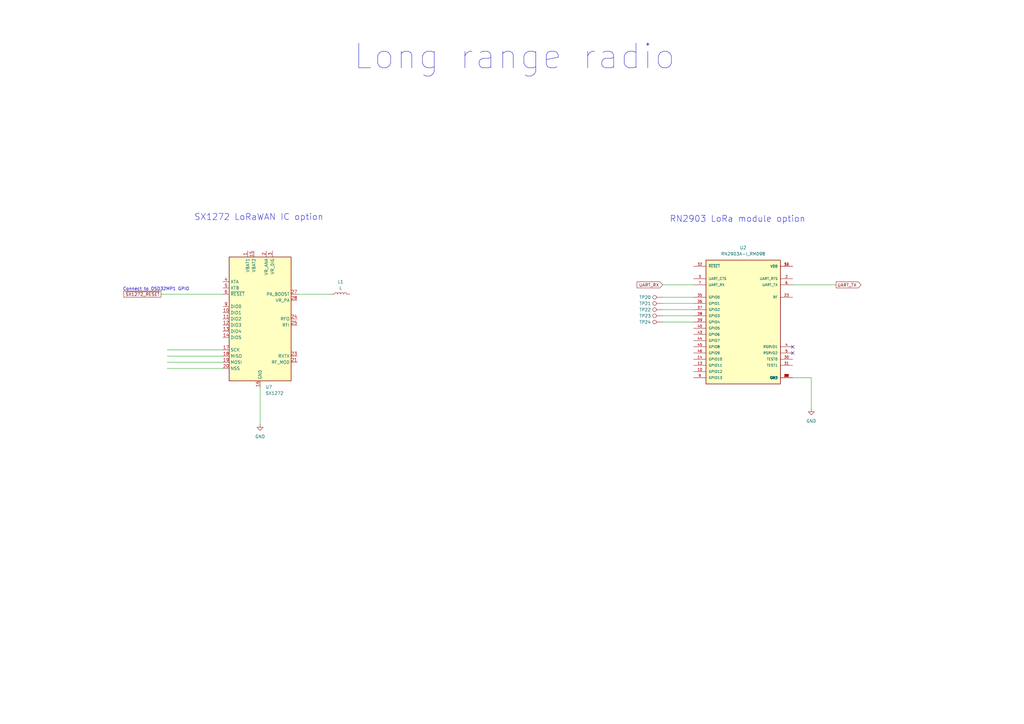
<source format=kicad_sch>
(kicad_sch (version 20231120) (generator "eeschema") (generator_version "8.0")
  (paper "A3")
  (lib_symbols
    (symbol "Connector:TestPoint" (pin_numbers hide) (pin_names (offset 0.762) hide)
      (property "Reference" "TP" (at 0 6.858 0))
      (property "Value" "TestPoint" (at 0 5.08 0))
      (symbol "TestPoint_0_1"
        (circle (center 0 3.302) (radius 0.762))
      )
      (symbol "TestPoint_1_1"
        (pin passive line (at 0 0 90) (length 2.54) (name "1") (number "1"))
      )
    )
    (symbol "Device:L" (pin_numbers hide) (pin_names (offset 1.016) hide)
      (property "Reference" "L" (at -1.27 0 90))
      (property "Value" "L" (at 1.905 0 90))
      (symbol "L_0_1"
        (arc (start 0 -2.54) (mid 0.6323 -1.905) (end 0 -1.27))
        (arc (start 0 -1.27) (mid 0.6323 -0.635) (end 0 0))
        (arc (start 0 0) (mid 0.6323 0.635) (end 0 1.27))
        (arc (start 0 1.27) (mid 0.6323 1.905) (end 0 2.54))
      )
      (symbol "L_1_1"
        (pin passive line (at 0 3.81 270) (length 1.27) (name "1") (number "1"))
        (pin passive line (at 0 -3.81 90) (length 1.27) (name "2") (number "2"))
      )
    )
    (symbol "RF:SX1272"
      (property "Reference" "U" (at 13.97 24.13 0))
      (property "Value" "SX1272" (at 13.97 21.59 0))
      (symbol "SX1272_0_1"
        (rectangle (start -12.7 25.4) (end 12.7 -25.4) (stroke (width 0.254)) (fill (type background)))
      )
      (symbol "SX1272_1_1"
        (pin power_in line (at -5.08 27.94 270) (length 2.54) (name "VBAT1") (number "1"))
        (pin bidirectional line (at -15.24 2.54 0) (length 2.54) (name "DIO1") (number "10"))
        (pin bidirectional line (at -15.24 0 0) (length 2.54) (name "DIO2") (number "11"))
        (pin bidirectional line (at -15.24 -2.54 0) (length 2.54) (name "DIO3") (number "12"))
        (pin bidirectional line (at -15.24 -5.08 0) (length 2.54) (name "DIO4") (number "13"))
        (pin bidirectional line (at -15.24 -7.62 0) (length 2.54) (name "DIO5") (number "14"))
        (pin power_in line (at -2.54 27.94 270) (length 2.54) (name "VBAT2") (number "15"))
        (pin power_in line (at 0 -27.94 90) (length 2.54) (name "GND") (number "16"))
        (pin input line (at -15.24 -12.7 0) (length 2.54) (name "SCK") (number "17"))
        (pin output line (at -15.24 -15.24 0) (length 2.54) (name "MISO") (number "18"))
        (pin input line (at -15.24 -17.78 0) (length 2.54) (name "MOSI") (number "19"))
        (pin power_in line (at 2.54 27.94 270) (length 2.54) (name "VR_ANA") (number "2"))
        (pin input line (at -15.24 -20.32 0) (length 2.54) (name "NSS") (number "20"))
        (pin output line (at 15.24 -17.78 180) (length 2.54) (name "RF_MOD") (number "21"))
        (pin passive line (at 0 -27.94 90) (length 2.54) hide (name "GND") (number "22"))
        (pin output line (at 15.24 -15.24 180) (length 2.54) (name "RXTX") (number "23"))
        (pin output line (at 15.24 0 180) (length 2.54) (name "RFO") (number "24"))
        (pin input line (at 15.24 -2.54 180) (length 2.54) (name "RFI") (number "25"))
        (pin passive line (at 0 -27.94 90) (length 2.54) hide (name "GND") (number "26"))
        (pin power_out line (at 15.24 10.16 180) (length 2.54) (name "PA_BOOST") (number "27"))
        (pin power_out line (at 15.24 7.62 180) (length 2.54) (name "VR_PA") (number "28"))
        (pin passive line (at 0 -27.94 90) (length 2.54) hide (name "GND") (number "29"))
        (pin power_in line (at 5.08 27.94 270) (length 2.54) (name "VR_DIG") (number "3"))
        (pin bidirectional line (at -15.24 15.24 0) (length 2.54) (name "XTA") (number "4"))
        (pin bidirectional line (at -15.24 12.7 0) (length 2.54) (name "XTB") (number "5"))
        (pin input line (at -15.24 10.16 0) (length 2.54) (name "~{RESET}") (number "6"))
        (pin no_connect line (at 12.7 -7.62 180) (length 2.54) hide (name "NC") (number "7"))
        (pin no_connect line (at 12.7 -5.08 180) (length 2.54) hide (name "NC") (number "8"))
        (pin bidirectional line (at -15.24 5.08 0) (length 2.54) (name "DIO0") (number "9"))
      )
    )
    (symbol "RN2903A-I_RM098:RN2903A-I_RM098" (pin_names (offset 1.016))
      (property "Reference" "U" (at -15.2609 25.4348 0))
      (property "Value" "RN2903A-I_RM098" (at -15.2818 -28.0166 0))
      (symbol "RN2903A-I_RM098_0_0"
        (rectangle (start -15.24 -25.4) (end 15.24 25.4) (stroke (width 0.254)) (fill (type background)))
        (pin power_in line (at 20.32 -22.86 180) (length 5.08) (name "GND") (number "1"))
        (pin bidirectional line (at -20.32 -20.32 0) (length 5.08) (name "GPIO12") (number "10"))
        (pin power_in line (at 20.32 -22.86 180) (length 5.08) (name "GND") (number "11"))
        (pin power_in line (at 20.32 22.86 180) (length 5.08) (name "VDD") (number "12"))
        (pin bidirectional line (at -20.32 -17.78 0) (length 5.08) (name "GPIO11") (number "13"))
        (pin bidirectional line (at -20.32 -15.24 0) (length 5.08) (name "GPIO10") (number "14"))
        (pin output line (at 20.32 17.78 180) (length 5.08) (name "UART_RTS") (number "2"))
        (pin power_in line (at 20.32 -22.86 180) (length 5.08) (name "GND") (number "20"))
        (pin power_in line (at 20.32 -22.86 180) (length 5.08) (name "GND") (number "21"))
        (pin power_in line (at 20.32 -22.86 180) (length 5.08) (name "GND") (number "22"))
        (pin passive line (at 20.32 10.16 180) (length 5.08) (name "RF") (number "23"))
        (pin power_in line (at 20.32 -22.86 180) (length 5.08) (name "GND") (number "24"))
        (pin power_in line (at 20.32 -22.86 180) (length 5.08) (name "GND") (number "26"))
        (pin power_in line (at 20.32 -22.86 180) (length 5.08) (name "GND") (number "27"))
        (pin power_in line (at 20.32 -22.86 180) (length 5.08) (name "GND") (number "28"))
        (pin input line (at -20.32 17.78 0) (length 5.08) (name "UART_CTS") (number "3"))
        (pin passive line (at 20.32 -15.24 180) (length 5.08) (name "TEST0") (number "30"))
        (pin passive line (at 20.32 -17.78 180) (length 5.08) (name "TEST1") (number "31"))
        (pin input line (at -20.32 22.86 0) (length 5.08) (name "~{RESET}") (number "32"))
        (pin power_in line (at 20.32 -22.86 180) (length 5.08) (name "GND") (number "33"))
        (pin power_in line (at 20.32 22.86 180) (length 5.08) (name "VDD") (number "34"))
        (pin bidirectional line (at -20.32 10.16 0) (length 5.08) (name "GPIO0") (number "35"))
        (pin bidirectional line (at -20.32 7.62 0) (length 5.08) (name "GPIO1") (number "36"))
        (pin bidirectional line (at -20.32 5.08 0) (length 5.08) (name "GPIO2") (number "37"))
        (pin bidirectional line (at -20.32 2.54 0) (length 5.08) (name "GPIO3") (number "38"))
        (pin bidirectional line (at -20.32 0 0) (length 5.08) (name "GPIO4") (number "39"))
        (pin passive line (at 20.32 -10.16 180) (length 5.08) (name "RSRVD1") (number "4"))
        (pin bidirectional line (at -20.32 -2.54 0) (length 5.08) (name "GPIO5") (number "40"))
        (pin power_in line (at 20.32 -22.86 180) (length 5.08) (name "GND") (number "41"))
        (pin bidirectional line (at -20.32 -5.08 0) (length 5.08) (name "GPIO6") (number "43"))
        (pin bidirectional line (at -20.32 -7.62 0) (length 5.08) (name "GPIO7") (number "44"))
        (pin bidirectional line (at -20.32 -10.16 0) (length 5.08) (name "GPIO8") (number "45"))
        (pin bidirectional line (at -20.32 -12.7 0) (length 5.08) (name "GPIO9") (number "46"))
        (pin power_in line (at 20.32 -22.86 180) (length 5.08) (name "GND") (number "47"))
        (pin passive line (at 20.32 -12.7 180) (length 5.08) (name "RSRVD2") (number "5"))
        (pin output line (at 20.32 15.24 180) (length 5.08) (name "UART_TX") (number "6"))
        (pin input line (at -20.32 15.24 0) (length 5.08) (name "UART_RX") (number "7"))
        (pin power_in line (at 20.32 -22.86 180) (length 5.08) (name "GND") (number "8"))
        (pin bidirectional line (at -20.32 -22.86 0) (length 5.08) (name "GPIO13") (number "9"))
      )
    )
    (symbol "power:GND" (power) (pin_numbers hide) (pin_names (offset 0) hide)
      (property "Value" "GND" (at 0 -3.81 0))
      (symbol "GND_0_1"
        (polyline (pts (xy 0 0) (xy 0 -1.27) (xy 1.27 -1.27) (xy 0 -2.54) (xy -1.27 -1.27) (xy 0 -1.27)))
      )
      (symbol "GND_1_1"
        (pin power_in line (at 0 0 270) (length 0) (name "~") (number "1"))
      )
    )
  )
  (no_connect (at 325.12 142.24))
  (no_connect (at 325.12 144.78))
  (wire (pts (xy 271.78 132.08) (xy 284.48 132.08)))
  (wire (pts (xy 68.58 151.13) (xy 91.44 151.13)))
  (wire (pts (xy 271.78 129.54) (xy 284.48 129.54)))
  (wire (pts (xy 121.92 120.65) (xy 135.89 120.65)))
  (wire (pts (xy 332.74 167.64) (xy 332.74 154.94)))
  (wire (pts (xy 66.04 120.65) (xy 91.44 120.65)))
  (wire (pts (xy 68.58 148.59) (xy 91.44 148.59)))
  (wire (pts (xy 68.58 143.51) (xy 91.44 143.51)))
  (wire (pts (xy 271.78 127) (xy 284.48 127)))
  (wire (pts (xy 325.12 116.84) (xy 342.9 116.84)))
  (wire (pts (xy 271.78 124.46) (xy 284.48 124.46)))
  (wire (pts (xy 271.78 121.92) (xy 284.48 121.92)))
  (wire (pts (xy 106.68 158.75) (xy 106.68 173.99)))
  (wire (pts (xy 271.78 116.84) (xy 284.48 116.84)))
  (wire (pts (xy 68.58 146.05) (xy 91.44 146.05)))
  (wire (pts (xy 332.74 154.94) (xy 325.12 154.94)))
  (text "Connect to OSD32MP1 GPIO" (at 64.008 118.618 0) (effects (font (size 1.27 1.27))))
  (text "RN2903 LoRa module option" (at 302.514 89.916 0) (effects (font (size 2.54 2.54))))
  (text "Long range radio " (at 214.884 23.368 0) (effects (font (size 10.16 10.16))))
  (text "SX1272 LoRaWAN IC option" (at 106.172 89.154 0) (effects (font (size 2.54 2.54))))
  (global_label "UART_TX" (shape output) (at 342.9 116.84 0) (property "Intersheetrefs" "${INTERSHEET_REFS}" (effects (hide yes))))
  (global_label "~{SX1272_RESET}" (shape passive) (at 66.04 120.65 180) (property "Intersheetrefs" "${INTERSHEET_REFS}" (effects (hide yes))))
  (global_label "UART_RX" (shape input) (at 271.78 116.84 180) (property "Intersheetrefs" "${INTERSHEET_REFS}" (effects (hide yes))))
  (symbol (lib_id "power:GND") (at 106.68 173.99 0) (unit 1)
    (property "Reference" "#PWR024" (effects (hide yes)))
    (property "Value" "GND" (at 106.68 179.07 0))
    (property "Description" "Power symbol creates a global label with name \"GND\" , ground" (effects (hide yes)))
  )
  (symbol (lib_id "Device:L") (at 139.7 120.65 90) (unit 1)
    (property "Reference" "L1" (at 139.7 115.57 90))
    (property "Value" "L" (at 139.7 118.11 90))
    (property "Footprint" "Inductor_SMD:L_0402_1005Metric" (effects (hide yes)))
    (property "Description" "Inductor" (effects (hide yes)))
  )
  (symbol (lib_id "power:GND") (at 332.74 167.64 0) (unit 1)
    (property "Reference" "#PWR014" (effects (hide yes)))
    (property "Value" "GND" (at 332.74 172.72 0))
    (property "Description" "Power symbol creates a global label with name \"GND\" , ground" (effects (hide yes)))
  )
  (symbol (lib_id "Connector:TestPoint") (at 271.78 132.08 90) (unit 1)
    (property "Reference" "TP24" (at 262.128 132.842 90) (effects (justify right top)))
    (property "Value" "TestPoint" (effects (hide yes)))
    (property "Footprint" "TestPoint:TestPoint_Pad_D1.0mm" (effects (hide yes)))
    (property "Description" "test point" (effects (hide yes)))
  )
  (symbol (lib_id "Connector:TestPoint") (at 271.78 127 90) (unit 1)
    (property "Reference" "TP22" (at 262.128 127.762 90) (effects (justify right top)))
    (property "Value" "TestPoint" (effects (hide yes)))
    (property "Footprint" "TestPoint:TestPoint_Pad_D1.0mm" (effects (hide yes)))
    (property "Description" "test point" (effects (hide yes)))
  )
  (symbol (lib_id "RN2903A-I_RM098:RN2903A-I_RM098") (at 304.8 132.08 0) (unit 1)
    (property "Reference" "U2" (at 304.8 101.6 0))
    (property "Value" "RN2903A-I_RM098" (at 304.8 104.14 0))
    (property "Footprint" "RN2903A-I_RM098:XCVR_RN2903A-I_RM098" (effects (hide yes)))
    (property "MF" "Microchip" (effects (hide yes)))
    (property "Description_1" "\nGeneral ISM < 1GHz LoRa™ Transceiver Module 902MHz ~ 928MHz Antenna Not Included, Castellation Surface Mount\n" (effects (hide yes)))
    (property "Package" "Module Microchip" (effects (hide yes)))
    (property "Price" "None" (effects (hide yes)))
    (property "Check_prices" "https://www.snapeda.com/parts/RN2903A-I/RM098/Microchip/view-part/?ref=eda" (effects (hide yes)))
    (property "SnapEDA_Link" "https://www.snapeda.com/parts/RN2903A-I/RM098/Microchip/view-part/?ref=snap" (effects (hide yes)))
    (property "MP" "RN2903A-I/RM098" (effects (hide yes)))
    (property "Availability" "In Stock" (effects (hide yes)))
    (property "MANUFACTURER" "Microchip" (effects (hide yes)))
  )
  (symbol (lib_id "Connector:TestPoint") (at 271.78 124.46 90) (unit 1)
    (property "Reference" "TP21" (at 262.128 125.222 90) (effects (justify right top)))
    (property "Value" "TestPoint" (effects (hide yes)))
    (property "Footprint" "TestPoint:TestPoint_Pad_D1.0mm" (effects (hide yes)))
    (property "Description" "test point" (effects (hide yes)))
  )
  (symbol (lib_id "RF:SX1272") (at 106.68 130.81 0) (unit 1)
    (property "Reference" "U7" (at 108.8741 158.75 0) (effects (justify left)))
    (property "Value" "SX1272" (at 108.8741 161.29 0) (effects (justify left)))
    (property "Footprint" "Package_DFN_QFN:QFN-28-1EP_6x6mm_P0.65mm_EP4.8x4.8mm_ThermalVias" (effects (hide yes)))
    (property "Datasheet" "https://semtech.my.salesforce.com/sfc/p/#E0000000JelG/a/440000001NCE/v_VBhk1IolDgxwwnOpcS_vTFxPfSEPQbuneK3mWsXlU" (effects (hide yes)))
    (property "Description" "860 MHz to 1020 MHz Low Power Long Range Transceiver, spreading factor from 6 to 12, LoRA, QFN-28" (effects (hide yes)))
  )
  (symbol (lib_id "Connector:TestPoint") (at 271.78 129.54 90) (unit 1)
    (property "Reference" "TP23" (at 262.128 130.302 90) (effects (justify right top)))
    (property "Value" "TestPoint" (effects (hide yes)))
    (property "Footprint" "TestPoint:TestPoint_Pad_D1.0mm" (effects (hide yes)))
    (property "Description" "test point" (effects (hide yes)))
  )
  (symbol (lib_id "Connector:TestPoint") (at 271.78 121.92 90) (unit 1)
    (property "Reference" "TP20" (at 262.128 122.682 90) (effects (justify right top)))
    (property "Value" "TestPoint" (effects (hide yes)))
    (property "Footprint" "TestPoint:TestPoint_Pad_D1.0mm" (effects (hide yes)))
    (property "Description" "test point" (effects (hide yes)))
  )
)
</source>
